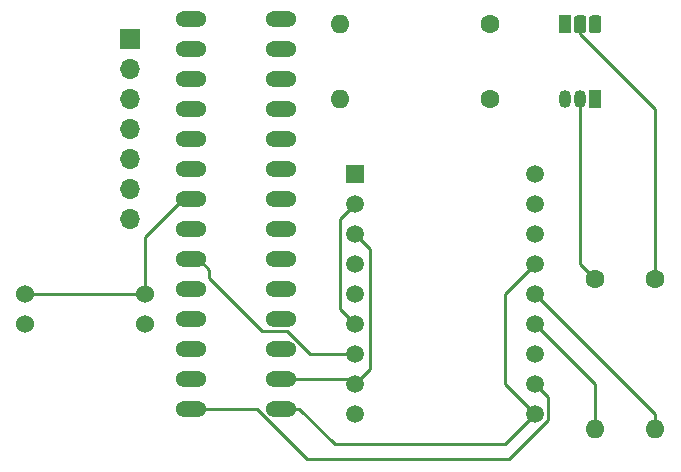
<source format=gtl>
G04 #@! TF.GenerationSoftware,KiCad,Pcbnew,(5.1.2-1)-1*
G04 #@! TF.CreationDate,2020-06-28T11:55:39+09:00*
G04 #@! TF.ProjectId,7seg_module,37736567-5f6d-46f6-9475-6c652e6b6963,rev?*
G04 #@! TF.SameCoordinates,Original*
G04 #@! TF.FileFunction,Copper,L1,Top*
G04 #@! TF.FilePolarity,Positive*
%FSLAX46Y46*%
G04 Gerber Fmt 4.6, Leading zero omitted, Abs format (unit mm)*
G04 Created by KiCad (PCBNEW (5.1.2-1)-1) date 2020-06-28 11:55:39*
%MOMM*%
%LPD*%
G04 APERTURE LIST*
%ADD10C,1.524000*%
%ADD11R,1.700000X1.700000*%
%ADD12O,1.700000X1.700000*%
%ADD13C,0.100000*%
%ADD14C,1.050000*%
%ADD15R,1.050000X1.500000*%
%ADD16O,1.050000X1.500000*%
%ADD17C,1.600000*%
%ADD18O,1.600000X1.600000*%
%ADD19R,1.500000X1.500000*%
%ADD20C,1.500000*%
%ADD21O,2.641600X1.320800*%
%ADD22C,0.250000*%
G04 APERTURE END LIST*
D10*
X110490000Y-72390000D03*
X110490000Y-74930000D03*
X120650000Y-72390000D03*
X120650000Y-74930000D03*
D11*
X119380000Y-50800000D03*
D12*
X119380000Y-53340000D03*
X119380000Y-55880000D03*
X119380000Y-58420000D03*
X119380000Y-60960000D03*
X119380000Y-63500000D03*
X119380000Y-66040000D03*
D13*
G36*
X157768229Y-48781264D02*
G01*
X157793711Y-48785044D01*
X157818700Y-48791303D01*
X157842954Y-48799982D01*
X157866242Y-48810996D01*
X157888337Y-48824239D01*
X157909028Y-48839585D01*
X157928116Y-48856884D01*
X157945415Y-48875972D01*
X157960761Y-48896663D01*
X157974004Y-48918758D01*
X157985018Y-48942046D01*
X157993697Y-48966300D01*
X157999956Y-48991289D01*
X158003736Y-49016771D01*
X158005000Y-49042500D01*
X158005000Y-50017500D01*
X158003736Y-50043229D01*
X157999956Y-50068711D01*
X157993697Y-50093700D01*
X157985018Y-50117954D01*
X157974004Y-50141242D01*
X157960761Y-50163337D01*
X157945415Y-50184028D01*
X157928116Y-50203116D01*
X157909028Y-50220415D01*
X157888337Y-50235761D01*
X157866242Y-50249004D01*
X157842954Y-50260018D01*
X157818700Y-50268697D01*
X157793711Y-50274956D01*
X157768229Y-50278736D01*
X157742500Y-50280000D01*
X157217500Y-50280000D01*
X157191771Y-50278736D01*
X157166289Y-50274956D01*
X157141300Y-50268697D01*
X157117046Y-50260018D01*
X157093758Y-50249004D01*
X157071663Y-50235761D01*
X157050972Y-50220415D01*
X157031884Y-50203116D01*
X157014585Y-50184028D01*
X156999239Y-50163337D01*
X156985996Y-50141242D01*
X156974982Y-50117954D01*
X156966303Y-50093700D01*
X156960044Y-50068711D01*
X156956264Y-50043229D01*
X156955000Y-50017500D01*
X156955000Y-49042500D01*
X156956264Y-49016771D01*
X156960044Y-48991289D01*
X156966303Y-48966300D01*
X156974982Y-48942046D01*
X156985996Y-48918758D01*
X156999239Y-48896663D01*
X157014585Y-48875972D01*
X157031884Y-48856884D01*
X157050972Y-48839585D01*
X157071663Y-48824239D01*
X157093758Y-48810996D01*
X157117046Y-48799982D01*
X157141300Y-48791303D01*
X157166289Y-48785044D01*
X157191771Y-48781264D01*
X157217500Y-48780000D01*
X157742500Y-48780000D01*
X157768229Y-48781264D01*
X157768229Y-48781264D01*
G37*
D14*
X157480000Y-49530000D03*
D13*
G36*
X159038229Y-48781264D02*
G01*
X159063711Y-48785044D01*
X159088700Y-48791303D01*
X159112954Y-48799982D01*
X159136242Y-48810996D01*
X159158337Y-48824239D01*
X159179028Y-48839585D01*
X159198116Y-48856884D01*
X159215415Y-48875972D01*
X159230761Y-48896663D01*
X159244004Y-48918758D01*
X159255018Y-48942046D01*
X159263697Y-48966300D01*
X159269956Y-48991289D01*
X159273736Y-49016771D01*
X159275000Y-49042500D01*
X159275000Y-50017500D01*
X159273736Y-50043229D01*
X159269956Y-50068711D01*
X159263697Y-50093700D01*
X159255018Y-50117954D01*
X159244004Y-50141242D01*
X159230761Y-50163337D01*
X159215415Y-50184028D01*
X159198116Y-50203116D01*
X159179028Y-50220415D01*
X159158337Y-50235761D01*
X159136242Y-50249004D01*
X159112954Y-50260018D01*
X159088700Y-50268697D01*
X159063711Y-50274956D01*
X159038229Y-50278736D01*
X159012500Y-50280000D01*
X158487500Y-50280000D01*
X158461771Y-50278736D01*
X158436289Y-50274956D01*
X158411300Y-50268697D01*
X158387046Y-50260018D01*
X158363758Y-50249004D01*
X158341663Y-50235761D01*
X158320972Y-50220415D01*
X158301884Y-50203116D01*
X158284585Y-50184028D01*
X158269239Y-50163337D01*
X158255996Y-50141242D01*
X158244982Y-50117954D01*
X158236303Y-50093700D01*
X158230044Y-50068711D01*
X158226264Y-50043229D01*
X158225000Y-50017500D01*
X158225000Y-49042500D01*
X158226264Y-49016771D01*
X158230044Y-48991289D01*
X158236303Y-48966300D01*
X158244982Y-48942046D01*
X158255996Y-48918758D01*
X158269239Y-48896663D01*
X158284585Y-48875972D01*
X158301884Y-48856884D01*
X158320972Y-48839585D01*
X158341663Y-48824239D01*
X158363758Y-48810996D01*
X158387046Y-48799982D01*
X158411300Y-48791303D01*
X158436289Y-48785044D01*
X158461771Y-48781264D01*
X158487500Y-48780000D01*
X159012500Y-48780000D01*
X159038229Y-48781264D01*
X159038229Y-48781264D01*
G37*
D14*
X158750000Y-49530000D03*
D15*
X156210000Y-49530000D03*
X158750000Y-55880000D03*
D16*
X156210000Y-55880000D03*
X157480000Y-55880000D03*
D17*
X163830000Y-71120000D03*
D18*
X163830000Y-83820000D03*
X137160000Y-55880000D03*
D17*
X149860000Y-55880000D03*
X149860000Y-49530000D03*
D18*
X137160000Y-49530000D03*
X158750000Y-83820000D03*
D17*
X158750000Y-71120000D03*
D19*
X138430000Y-62230000D03*
D20*
X138430000Y-64770000D03*
X138430000Y-67310000D03*
X138430000Y-69850000D03*
X138430000Y-72390000D03*
X138430000Y-74930000D03*
X138430000Y-77470000D03*
X138430000Y-80010000D03*
X138430000Y-82550000D03*
X153670000Y-82550000D03*
X153670000Y-80010000D03*
X153670000Y-77470000D03*
X153670000Y-74930000D03*
X153670000Y-72390000D03*
X153670000Y-69850000D03*
X153670000Y-67310000D03*
X153670000Y-64770000D03*
X153670000Y-62230000D03*
D21*
X124510800Y-49085501D03*
X124510800Y-51625501D03*
X124510800Y-54165501D03*
X124510800Y-56705501D03*
X124510800Y-59245501D03*
X124510800Y-61785501D03*
X124510800Y-64325501D03*
X124510800Y-66865501D03*
X124510800Y-69405501D03*
X124510800Y-71945501D03*
X124510800Y-74485501D03*
X124510800Y-77025501D03*
X124510800Y-79565501D03*
X124510800Y-82105501D03*
X132130800Y-82105501D03*
X132130800Y-79565501D03*
X132130800Y-77025501D03*
X132130800Y-74485501D03*
X132130800Y-71945501D03*
X132130800Y-69405501D03*
X132130800Y-66865501D03*
X132130800Y-64325501D03*
X132130800Y-61785501D03*
X132130800Y-59245501D03*
X132130800Y-56705501D03*
X132130800Y-54165501D03*
X132130800Y-51625501D03*
X132130800Y-49085501D03*
D22*
X120650000Y-71312370D02*
X120650000Y-72390000D01*
X123850400Y-64325501D02*
X120650000Y-67525901D01*
X120650000Y-67525901D02*
X120650000Y-71312370D01*
X124510800Y-64325501D02*
X123850400Y-64325501D01*
X110490000Y-72390000D02*
X120650000Y-72390000D01*
X163830000Y-69988630D02*
X163830000Y-71120000D01*
X163830000Y-56730000D02*
X163830000Y-69988630D01*
X157480000Y-50380000D02*
X163830000Y-56730000D01*
X157480000Y-49530000D02*
X157480000Y-50380000D01*
X157480000Y-69850000D02*
X158750000Y-71120000D01*
X157480000Y-55880000D02*
X157480000Y-69850000D01*
X163830000Y-82550000D02*
X163830000Y-83820000D01*
X153670000Y-72390000D02*
X163830000Y-82550000D01*
X158750000Y-80010000D02*
X158750000Y-83820000D01*
X153670000Y-74930000D02*
X158750000Y-80010000D01*
X137680001Y-65519999D02*
X138430000Y-64770000D01*
X137160000Y-66040000D02*
X137680001Y-65519999D01*
X137160000Y-73660000D02*
X137160000Y-66040000D01*
X138430000Y-74930000D02*
X137160000Y-73660000D01*
X137985501Y-79565501D02*
X138430000Y-80010000D01*
X132130800Y-79565501D02*
X137985501Y-79565501D01*
X139179999Y-68059999D02*
X138430000Y-67310000D01*
X139700000Y-68580000D02*
X139179999Y-68059999D01*
X139700000Y-78740000D02*
X139700000Y-68580000D01*
X138430000Y-80010000D02*
X139700000Y-78740000D01*
X126081600Y-70315901D02*
X125171200Y-69405501D01*
X126081600Y-70976301D02*
X126081600Y-70315901D01*
X130576210Y-75470911D02*
X126081600Y-70976301D01*
X125171200Y-69405501D02*
X124510800Y-69405501D01*
X132630190Y-75470911D02*
X130576210Y-75470911D01*
X134629279Y-77470000D02*
X132630190Y-75470911D01*
X138430000Y-77470000D02*
X134629279Y-77470000D01*
X153670000Y-69850000D02*
X151130000Y-72390000D01*
X151130000Y-80010000D02*
X153670000Y-82550000D01*
X151130000Y-72390000D02*
X151130000Y-80010000D01*
X133701600Y-82105501D02*
X136686099Y-85090000D01*
X132130800Y-82105501D02*
X133701600Y-82105501D01*
X151130000Y-85090000D02*
X153670000Y-82550000D01*
X136686099Y-85090000D02*
X151130000Y-85090000D01*
X130076820Y-82105501D02*
X134331319Y-86360000D01*
X124510800Y-82105501D02*
X130076820Y-82105501D01*
X154745001Y-81085001D02*
X154419999Y-80759999D01*
X151451002Y-86360000D02*
X154745001Y-83066001D01*
X154419999Y-80759999D02*
X153670000Y-80010000D01*
X154745001Y-83066001D02*
X154745001Y-81085001D01*
X134331319Y-86360000D02*
X151451002Y-86360000D01*
M02*

</source>
